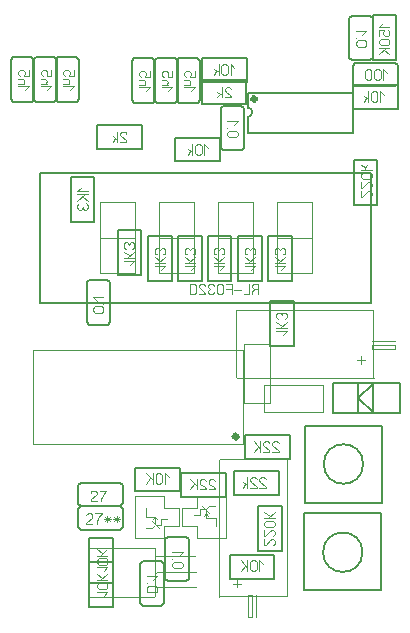
<source format=gbr>
%FSLAX34Y34*%
%MOMM*%
%LNSILK_BOTTOM*%
G71*
G01*
%ADD10C, 0.200*%
%ADD11C, 0.150*%
%ADD12C, 0.110*%
%ADD13C, 0.100*%
%ADD14C, 0.400*%
%ADD15C, 0.050*%
%LPD*%
G54D10*
X269069Y-429756D02*
X334156Y-429756D01*
X334156Y-364669D01*
X269069Y-364669D01*
X269069Y-429756D01*
G54D10*
G75*
G01X318150Y-396419D02*
G03X318150Y-396419I-16700J0D01*
G01*
G54D11*
X112219Y-432094D02*
X114600Y-434316D01*
X114600Y-450031D01*
X112219Y-452094D01*
X78981Y-452094D01*
X76600Y-450031D01*
X76600Y-434712D01*
X78981Y-432094D01*
X112219Y-432094D01*
G54D11*
X292562Y-328188D02*
X292562Y-353300D01*
X348994Y-353300D01*
X348994Y-328188D01*
X292562Y-328188D01*
G54D11*
X326681Y-328688D02*
X326681Y-352500D01*
X313981Y-340594D01*
X326681Y-328688D01*
G54D11*
X313981Y-328688D02*
X313981Y-352500D01*
G54D11*
X330204Y-176902D02*
X310204Y-176902D01*
X310204Y-138902D01*
X330204Y-138902D01*
X330204Y-176902D01*
G54D12*
X316304Y-165125D02*
X316304Y-170458D01*
X316860Y-170458D01*
X317971Y-169792D01*
X321304Y-165792D01*
X322415Y-165125D01*
X323526Y-165125D01*
X324638Y-165792D01*
X325193Y-167125D01*
X325193Y-168458D01*
X324638Y-169792D01*
X323526Y-170458D01*
G54D12*
X316304Y-157425D02*
X316304Y-162758D01*
X316860Y-162758D01*
X317971Y-162092D01*
X321304Y-158092D01*
X322415Y-157425D01*
X323526Y-157425D01*
X324638Y-158092D01*
X325193Y-159425D01*
X325193Y-160758D01*
X324638Y-162092D01*
X323526Y-162758D01*
G54D12*
X323526Y-149725D02*
X317971Y-149725D01*
X316860Y-150392D01*
X316304Y-151725D01*
X316304Y-153058D01*
X316860Y-154392D01*
X317971Y-155058D01*
X323526Y-155058D01*
X324638Y-154392D01*
X325193Y-153058D01*
X325193Y-151725D01*
X324638Y-150392D01*
X323526Y-149725D01*
G54D12*
X316304Y-147358D02*
X325193Y-147358D01*
G54D12*
X319638Y-145358D02*
X316304Y-143358D01*
G54D12*
X318526Y-147358D02*
X321304Y-143358D01*
G54D13*
X216238Y-379569D02*
X38438Y-379569D01*
X38438Y-300169D01*
X216238Y-300169D01*
X216238Y-379569D01*
G54D14*
G75*
G01X211662Y-373169D02*
G03X211662Y-373169I-1600J0D01*
G01*
G54D11*
X220275Y-82500D02*
X309175Y-82500D01*
X309175Y-115938D01*
X220275Y-115938D01*
X220275Y-102344D01*
G54D14*
G75*
G01X227319Y-87325D02*
G03X227319Y-87325I-1600J0D01*
G01*
G54D11*
G75*
G01X220244Y-102625D02*
G03X220244Y-94725I0J3950D01*
G01*
G54D11*
X220225Y-95238D02*
X220225Y-82538D01*
G54D10*
X333306Y-437788D02*
X268219Y-437788D01*
X268219Y-502875D01*
X333306Y-502875D01*
X333306Y-437788D01*
G54D10*
G75*
G01X317575Y-471125D02*
G03X317575Y-471125I-16700J0D01*
G01*
G54D11*
X130644Y-109656D02*
X130644Y-129656D01*
X92644Y-129656D01*
X92644Y-109656D01*
X130644Y-109656D01*
G54D11*
X326038Y-16644D02*
X346038Y-16644D01*
X346038Y-54644D01*
X326038Y-54644D01*
X326038Y-16644D01*
G54D12*
X334857Y-23144D02*
X331524Y-26477D01*
X340412Y-26477D01*
G54D12*
X331524Y-34177D02*
X331524Y-28844D01*
X335412Y-28844D01*
X335412Y-29510D01*
X334857Y-30844D01*
X334857Y-32177D01*
X335412Y-33510D01*
X336524Y-34177D01*
X338746Y-34177D01*
X339857Y-33510D01*
X340412Y-32177D01*
X340412Y-30844D01*
X339857Y-29510D01*
X338746Y-28844D01*
G54D12*
X333190Y-41877D02*
X338746Y-41877D01*
X339857Y-41210D01*
X340412Y-39877D01*
X340412Y-38544D01*
X339857Y-37210D01*
X338746Y-36544D01*
X333190Y-36544D01*
X332079Y-37210D01*
X331524Y-38544D01*
X331524Y-39877D01*
X332079Y-41210D01*
X333190Y-41877D01*
G54D12*
X340412Y-44244D02*
X331524Y-44244D01*
G54D12*
X337635Y-44244D02*
X331524Y-49577D01*
G54D12*
X335968Y-46244D02*
X340412Y-49577D01*
G54D11*
X217481Y-128600D02*
X215259Y-130981D01*
X199544Y-130981D01*
X197481Y-128600D01*
X197481Y-95362D01*
X199544Y-92981D01*
X214862Y-92981D01*
X217481Y-95362D01*
X217481Y-128600D01*
G54D12*
X210335Y-114360D02*
X204779Y-114360D01*
X203668Y-115027D01*
X203112Y-116360D01*
X203112Y-117694D01*
X203668Y-119027D01*
X204779Y-119694D01*
X210335Y-119694D01*
X211446Y-119027D01*
X212001Y-117694D01*
X212001Y-116360D01*
X211446Y-115027D01*
X210335Y-114360D01*
G54D12*
X203112Y-111994D02*
X203112Y-111994D01*
G54D12*
X208668Y-109594D02*
X212001Y-106260D01*
X203112Y-106260D01*
G54D12*
X112273Y-124025D02*
X117606Y-124025D01*
X117606Y-123469D01*
X116940Y-122358D01*
X112940Y-119025D01*
X112273Y-117914D01*
X112273Y-116803D01*
X112940Y-115692D01*
X114273Y-115136D01*
X115606Y-115136D01*
X116940Y-115692D01*
X117606Y-116803D01*
G54D12*
X109906Y-124025D02*
X109906Y-115136D01*
G54D12*
X107906Y-120692D02*
X105906Y-124025D01*
G54D12*
X109906Y-121803D02*
X105906Y-119025D01*
G54D11*
X347250Y-75750D02*
X347250Y-95750D01*
X309250Y-95750D01*
X309250Y-75750D01*
X347250Y-75750D01*
G54D12*
X335956Y-84094D02*
X332623Y-80761D01*
X332623Y-89650D01*
G54D12*
X324923Y-82428D02*
X324923Y-87983D01*
X325590Y-89094D01*
X326923Y-89650D01*
X328256Y-89650D01*
X329590Y-89094D01*
X330256Y-87983D01*
X330256Y-82428D01*
X329590Y-81317D01*
X328256Y-80761D01*
X326923Y-80761D01*
X325590Y-81317D01*
X324923Y-82428D01*
G54D12*
X322556Y-89650D02*
X322556Y-80761D01*
G54D12*
X320556Y-86317D02*
X318556Y-89650D01*
G54D12*
X322556Y-87428D02*
X318556Y-84650D01*
G54D11*
X77781Y-87325D02*
X75559Y-89706D01*
X59844Y-89706D01*
X57781Y-87325D01*
X57781Y-54088D01*
X59844Y-51706D01*
X75162Y-51706D01*
X77781Y-54088D01*
X77781Y-87325D01*
G54D12*
X69862Y-80094D02*
X73195Y-76760D01*
X64306Y-76760D01*
G54D12*
X64306Y-74394D02*
X69306Y-74394D01*
G54D12*
X68195Y-74394D02*
X68973Y-73727D01*
X69306Y-72394D01*
X68973Y-71060D01*
X68195Y-70394D01*
X64306Y-70394D01*
G54D12*
X73195Y-62660D02*
X73195Y-67994D01*
X69306Y-67994D01*
X69306Y-67327D01*
X69862Y-65994D01*
X69862Y-64660D01*
X69306Y-63327D01*
X68195Y-62660D01*
X65973Y-62660D01*
X64862Y-63327D01*
X64306Y-64660D01*
X64306Y-65994D01*
X64862Y-67327D01*
X65973Y-67994D01*
G54D11*
X257944Y-241325D02*
X237944Y-241325D01*
X237944Y-203325D01*
X257944Y-203325D01*
X257944Y-241325D01*
G54D12*
X248806Y-232269D02*
X252139Y-228935D01*
X243250Y-228935D01*
G54D12*
X243250Y-226569D02*
X252139Y-226569D01*
G54D12*
X246028Y-226569D02*
X252139Y-221235D01*
G54D12*
X247694Y-224569D02*
X243250Y-221235D01*
G54D12*
X250472Y-218869D02*
X251583Y-218202D01*
X252139Y-216869D01*
X252139Y-215535D01*
X251583Y-214202D01*
X250472Y-213535D01*
X249361Y-213535D01*
X248250Y-214202D01*
X247695Y-215535D01*
X247139Y-214202D01*
X246028Y-213535D01*
X244917Y-213535D01*
X243806Y-214202D01*
X243250Y-215535D01*
X243250Y-216869D01*
X243805Y-218202D01*
X244917Y-218869D01*
G54D11*
X232544Y-241325D02*
X212544Y-241325D01*
X212544Y-203325D01*
X232544Y-203325D01*
X232544Y-241325D01*
G54D12*
X223406Y-232269D02*
X226739Y-228935D01*
X217850Y-228935D01*
G54D12*
X217850Y-226569D02*
X226739Y-226569D01*
G54D12*
X220628Y-226569D02*
X226739Y-221235D01*
G54D12*
X222294Y-224569D02*
X217850Y-221235D01*
G54D12*
X225072Y-218869D02*
X226183Y-218202D01*
X226739Y-216869D01*
X226739Y-215535D01*
X226183Y-214202D01*
X225072Y-213535D01*
X223961Y-213535D01*
X222850Y-214202D01*
X222295Y-215535D01*
X221739Y-214202D01*
X220628Y-213535D01*
X219517Y-213535D01*
X218406Y-214202D01*
X217850Y-215535D01*
X217850Y-216869D01*
X218405Y-218202D01*
X219517Y-218869D01*
G54D11*
X206350Y-241325D02*
X186350Y-241325D01*
X186350Y-203325D01*
X206350Y-203325D01*
X206350Y-241325D01*
G54D12*
X197212Y-232269D02*
X200545Y-228935D01*
X191656Y-228935D01*
G54D12*
X191656Y-226569D02*
X200545Y-226569D01*
G54D12*
X194434Y-226569D02*
X200545Y-221235D01*
G54D12*
X196101Y-224569D02*
X191656Y-221235D01*
G54D12*
X198879Y-218869D02*
X199990Y-218202D01*
X200545Y-216869D01*
X200545Y-215535D01*
X199990Y-214202D01*
X198879Y-213535D01*
X197767Y-213535D01*
X196656Y-214202D01*
X196101Y-215535D01*
X195545Y-214202D01*
X194434Y-213535D01*
X193323Y-213535D01*
X192212Y-214202D01*
X191656Y-215535D01*
X191656Y-216869D01*
X192212Y-218202D01*
X193323Y-218869D01*
G54D11*
X181744Y-241325D02*
X161744Y-241325D01*
X161744Y-203325D01*
X181744Y-203325D01*
X181744Y-241325D01*
G54D12*
X172606Y-232269D02*
X175939Y-228935D01*
X167050Y-228935D01*
G54D12*
X167050Y-226569D02*
X175939Y-226569D01*
G54D12*
X169828Y-226569D02*
X175939Y-221235D01*
G54D12*
X171494Y-224569D02*
X167050Y-221235D01*
G54D12*
X174272Y-218869D02*
X175383Y-218202D01*
X175939Y-216869D01*
X175939Y-215535D01*
X175383Y-214202D01*
X174272Y-213535D01*
X173161Y-213535D01*
X172050Y-214202D01*
X171495Y-215535D01*
X170939Y-214202D01*
X169828Y-213535D01*
X168717Y-213535D01*
X167606Y-214202D01*
X167050Y-215535D01*
X167050Y-216869D01*
X167605Y-218202D01*
X168717Y-218869D01*
G54D11*
X156344Y-241325D02*
X136344Y-241325D01*
X136344Y-203325D01*
X156344Y-203325D01*
X156344Y-241325D01*
G54D12*
X147206Y-232269D02*
X150539Y-228935D01*
X141650Y-228935D01*
G54D12*
X141650Y-226569D02*
X150539Y-226569D01*
G54D12*
X144428Y-226569D02*
X150539Y-221235D01*
G54D12*
X146094Y-224569D02*
X141650Y-221235D01*
G54D12*
X148872Y-218869D02*
X149983Y-218202D01*
X150539Y-216869D01*
X150539Y-215535D01*
X149983Y-214202D01*
X148872Y-213535D01*
X147761Y-213535D01*
X146650Y-214202D01*
X146095Y-215535D01*
X145539Y-214202D01*
X144428Y-213535D01*
X143317Y-213535D01*
X142206Y-214202D01*
X141650Y-215535D01*
X141650Y-216869D01*
X142205Y-218202D01*
X143317Y-218869D01*
G54D11*
X130144Y-236619D02*
X110144Y-236619D01*
X110144Y-198619D01*
X130144Y-198619D01*
X130144Y-236619D01*
G54D12*
X121006Y-227562D02*
X124339Y-224229D01*
X115450Y-224229D01*
G54D12*
X115450Y-221862D02*
X124339Y-221862D01*
G54D12*
X118228Y-221862D02*
X124339Y-216529D01*
G54D12*
X119894Y-219862D02*
X115450Y-216529D01*
G54D12*
X122672Y-214162D02*
X123783Y-213496D01*
X124339Y-212162D01*
X124339Y-210829D01*
X123783Y-209496D01*
X122672Y-208829D01*
X121561Y-208829D01*
X120450Y-209496D01*
X119895Y-210829D01*
X119339Y-209496D01*
X118228Y-208829D01*
X117117Y-208829D01*
X116006Y-209496D01*
X115450Y-210829D01*
X115450Y-212162D01*
X116005Y-213496D01*
X117117Y-214162D01*
G54D11*
X70462Y-153294D02*
X90462Y-153294D01*
X90462Y-191294D01*
X70462Y-191294D01*
X70462Y-153294D01*
G54D12*
X79601Y-162350D02*
X76267Y-165683D01*
X85156Y-165683D01*
G54D12*
X85156Y-168050D02*
X76267Y-168050D01*
G54D12*
X82378Y-168050D02*
X76267Y-173383D01*
G54D12*
X80712Y-170050D02*
X85156Y-173383D01*
G54D12*
X77934Y-175750D02*
X76823Y-176417D01*
X76267Y-177750D01*
X76267Y-179083D01*
X76823Y-180417D01*
X77934Y-181083D01*
X79045Y-181083D01*
X80156Y-180417D01*
X80712Y-179083D01*
X81267Y-180417D01*
X82378Y-181083D01*
X83489Y-181083D01*
X84601Y-180417D01*
X85156Y-179083D01*
X85156Y-177750D01*
X84601Y-176417D01*
X83489Y-175750D01*
G54D11*
X78856Y-432300D02*
X76475Y-430078D01*
X76475Y-414362D01*
X78856Y-412300D01*
X112094Y-412300D01*
X114475Y-414362D01*
X114475Y-429681D01*
X112094Y-432300D01*
X78856Y-432300D01*
G54D12*
X90965Y-262998D02*
X96521Y-262998D01*
X97632Y-263665D01*
X98188Y-264998D01*
X98188Y-266331D01*
X97632Y-267665D01*
X96521Y-268331D01*
X90965Y-268331D01*
X89854Y-267665D01*
X89299Y-266331D01*
X89299Y-264998D01*
X89854Y-263665D01*
X90965Y-262998D01*
G54D12*
X98188Y-260631D02*
X98188Y-260631D01*
G54D12*
X92632Y-258231D02*
X89299Y-254898D01*
X98188Y-254898D01*
G54D11*
X104088Y-275975D02*
X101866Y-278356D01*
X86150Y-278356D01*
X84088Y-275975D01*
X84088Y-242738D01*
X86150Y-240356D01*
X101469Y-240356D01*
X104088Y-242738D01*
X104088Y-275975D01*
G54D11*
X326225Y-52400D02*
X324003Y-54781D01*
X308288Y-54781D01*
X306225Y-52400D01*
X306225Y-19162D01*
X308288Y-16781D01*
X323606Y-16781D01*
X326225Y-19162D01*
X326225Y-52400D01*
G54D12*
X319178Y-37835D02*
X313623Y-37835D01*
X312512Y-38502D01*
X311956Y-39835D01*
X311956Y-41169D01*
X312512Y-42502D01*
X313623Y-43169D01*
X319178Y-43169D01*
X320290Y-42502D01*
X320845Y-41169D01*
X320845Y-39835D01*
X320290Y-38502D01*
X319178Y-37835D01*
G54D12*
X311956Y-35469D02*
X311956Y-35469D01*
G54D12*
X317512Y-33069D02*
X320845Y-29735D01*
X311956Y-29735D01*
G54D11*
X58731Y-87325D02*
X56509Y-89706D01*
X40794Y-89706D01*
X38731Y-87325D01*
X38731Y-54088D01*
X40794Y-51706D01*
X56112Y-51706D01*
X58731Y-54088D01*
X58731Y-87325D01*
G54D12*
X50812Y-80094D02*
X54145Y-76760D01*
X45256Y-76760D01*
G54D12*
X45256Y-74394D02*
X50256Y-74394D01*
G54D12*
X49145Y-74394D02*
X49923Y-73727D01*
X50256Y-72394D01*
X49923Y-71060D01*
X49145Y-70394D01*
X45256Y-70394D01*
G54D12*
X54145Y-62660D02*
X54145Y-67994D01*
X50256Y-67994D01*
X50256Y-67327D01*
X50812Y-65994D01*
X50812Y-64660D01*
X50256Y-63327D01*
X49145Y-62660D01*
X46923Y-62660D01*
X45812Y-63327D01*
X45256Y-64660D01*
X45256Y-65994D01*
X45812Y-67327D01*
X46923Y-67994D01*
G54D11*
X39681Y-87325D02*
X37459Y-89706D01*
X21744Y-89706D01*
X19681Y-87325D01*
X19681Y-54088D01*
X21744Y-51706D01*
X37062Y-51706D01*
X39681Y-54088D01*
X39681Y-87325D01*
G54D12*
X31762Y-80094D02*
X35095Y-76760D01*
X26206Y-76760D01*
G54D12*
X26206Y-74394D02*
X31206Y-74394D01*
G54D12*
X30095Y-74394D02*
X30873Y-73727D01*
X31206Y-72394D01*
X30873Y-71060D01*
X30095Y-70394D01*
X26206Y-70394D01*
G54D12*
X35095Y-62660D02*
X35095Y-67994D01*
X31206Y-67994D01*
X31206Y-67327D01*
X31762Y-65994D01*
X31762Y-64660D01*
X31206Y-63327D01*
X30095Y-62660D01*
X27873Y-62660D01*
X26762Y-63327D01*
X26206Y-64660D01*
X26206Y-65994D01*
X26762Y-67327D01*
X27873Y-67994D01*
G54D11*
X219350Y-71712D02*
X219350Y-91712D01*
X181350Y-91712D01*
X181350Y-71712D01*
X219350Y-71712D01*
G54D12*
X200979Y-86081D02*
X206312Y-86081D01*
X206312Y-85526D01*
X205646Y-84415D01*
X201646Y-81081D01*
X200979Y-79970D01*
X200979Y-78859D01*
X201646Y-77748D01*
X202979Y-77192D01*
X204312Y-77192D01*
X205646Y-77748D01*
X206312Y-78859D01*
G54D12*
X198612Y-86081D02*
X198612Y-77192D01*
G54D12*
X196612Y-82748D02*
X194612Y-86081D01*
G54D12*
X198612Y-83859D02*
X194612Y-81081D01*
G54D11*
X219381Y-52656D02*
X219381Y-72656D01*
X181381Y-72656D01*
X181381Y-52656D01*
X219381Y-52656D01*
G54D12*
X209194Y-61469D02*
X205860Y-58136D01*
X205860Y-67025D01*
G54D12*
X198160Y-59803D02*
X198160Y-65358D01*
X198827Y-66469D01*
X200160Y-67025D01*
X201494Y-67025D01*
X202827Y-66469D01*
X203494Y-65358D01*
X203494Y-59803D01*
X202827Y-58692D01*
X201494Y-58136D01*
X200160Y-58136D01*
X198827Y-58692D01*
X198160Y-59803D01*
G54D12*
X195794Y-67025D02*
X195794Y-58136D01*
G54D12*
X193794Y-63692D02*
X191794Y-67025D01*
G54D12*
X195794Y-64803D02*
X191794Y-62025D01*
G54D11*
X180175Y-88119D02*
X177953Y-90500D01*
X162238Y-90500D01*
X160175Y-88119D01*
X160175Y-54881D01*
X162238Y-52500D01*
X177556Y-52500D01*
X180175Y-54881D01*
X180175Y-88119D01*
G54D12*
X172256Y-80888D02*
X175589Y-77554D01*
X166700Y-77554D01*
G54D12*
X166700Y-75188D02*
X171700Y-75188D01*
G54D12*
X170589Y-75188D02*
X171367Y-74521D01*
X171700Y-73188D01*
X171367Y-71854D01*
X170589Y-71188D01*
X166700Y-71188D01*
G54D12*
X175589Y-63454D02*
X175589Y-68788D01*
X171700Y-68788D01*
X171700Y-68121D01*
X172256Y-66788D01*
X172256Y-65454D01*
X171700Y-64121D01*
X170589Y-63454D01*
X168367Y-63454D01*
X167256Y-64121D01*
X166700Y-65454D01*
X166700Y-66788D01*
X167256Y-68121D01*
X168367Y-68788D01*
G54D11*
X161125Y-88119D02*
X158903Y-90500D01*
X143188Y-90500D01*
X141125Y-88119D01*
X141125Y-54881D01*
X143188Y-52500D01*
X158506Y-52500D01*
X161125Y-54881D01*
X161125Y-88119D01*
G54D12*
X153206Y-80888D02*
X156539Y-77554D01*
X147650Y-77554D01*
G54D12*
X147650Y-75188D02*
X152650Y-75188D01*
G54D12*
X151539Y-75188D02*
X152317Y-74521D01*
X152650Y-73188D01*
X152317Y-71854D01*
X151539Y-71188D01*
X147650Y-71188D01*
G54D12*
X156539Y-63454D02*
X156539Y-68788D01*
X152650Y-68788D01*
X152650Y-68121D01*
X153206Y-66788D01*
X153206Y-65454D01*
X152650Y-64121D01*
X151539Y-63454D01*
X149317Y-63454D01*
X148206Y-64121D01*
X147650Y-65454D01*
X147650Y-66788D01*
X148206Y-68121D01*
X149317Y-68788D01*
G54D11*
X142075Y-88119D02*
X139853Y-90500D01*
X124138Y-90500D01*
X122075Y-88119D01*
X122075Y-54881D01*
X124138Y-52500D01*
X139456Y-52500D01*
X142075Y-54881D01*
X142075Y-88119D01*
G54D12*
X134156Y-80888D02*
X137489Y-77554D01*
X128600Y-77554D01*
G54D12*
X128600Y-75188D02*
X133600Y-75188D01*
G54D12*
X132489Y-75188D02*
X133267Y-74521D01*
X133600Y-73188D01*
X133267Y-71854D01*
X132489Y-71188D01*
X128600Y-71188D01*
G54D12*
X137489Y-63454D02*
X137489Y-68788D01*
X133600Y-68788D01*
X133600Y-68121D01*
X134156Y-66788D01*
X134156Y-65454D01*
X133600Y-64121D01*
X132489Y-63454D01*
X130267Y-63454D01*
X129156Y-64121D01*
X128600Y-65454D01*
X128600Y-66788D01*
X129156Y-68121D01*
X130267Y-68788D01*
G54D11*
X197162Y-120169D02*
X197162Y-140169D01*
X159162Y-140169D01*
X159162Y-120169D01*
X197162Y-120169D01*
G54D12*
X186975Y-128982D02*
X183642Y-125649D01*
X183642Y-134538D01*
G54D12*
X175942Y-127315D02*
X175942Y-132871D01*
X176608Y-133982D01*
X177942Y-134538D01*
X179275Y-134538D01*
X180608Y-133982D01*
X181275Y-132871D01*
X181275Y-127315D01*
X180608Y-126204D01*
X179275Y-125649D01*
X177942Y-125649D01*
X176608Y-126204D01*
X175942Y-127315D01*
G54D12*
X173575Y-134538D02*
X173575Y-125649D01*
G54D12*
X171575Y-131204D02*
X169575Y-134538D01*
G54D12*
X173575Y-132315D02*
X169575Y-129538D01*
G54D10*
X324944Y-150006D02*
X44944Y-150006D01*
X44944Y-260006D01*
X324944Y-260006D01*
X324944Y-150006D01*
G54D15*
X274944Y-175006D02*
X274944Y-235006D01*
X244944Y-235006D01*
X244944Y-175006D01*
X274944Y-175006D01*
G54D15*
X274944Y-205006D02*
X244944Y-205006D01*
G54D15*
X224944Y-175006D02*
X224944Y-235006D01*
X194944Y-235006D01*
X194944Y-175006D01*
X224944Y-175006D01*
G54D15*
X224944Y-205006D02*
X194944Y-205006D01*
G54D15*
X174944Y-175006D02*
X174944Y-235006D01*
X144944Y-235006D01*
X144944Y-175006D01*
X174944Y-175006D01*
G54D15*
X174944Y-205006D02*
X144944Y-205006D01*
G54D15*
X124944Y-175006D02*
X124944Y-235006D01*
X94944Y-235006D01*
X94944Y-175006D01*
X124944Y-175006D01*
G54D15*
X124944Y-205006D02*
X94944Y-205006D01*
G54D12*
X226571Y-248324D02*
X224571Y-249435D01*
X223904Y-250546D01*
X223904Y-252769D01*
G54D12*
X229238Y-252769D02*
X229238Y-243880D01*
X225904Y-243880D01*
X224571Y-244435D01*
X223904Y-245546D01*
X223904Y-246658D01*
X224571Y-247769D01*
X225904Y-248324D01*
X229238Y-248324D01*
G54D12*
X221538Y-243880D02*
X221538Y-252769D01*
X216871Y-252769D01*
G54D12*
X214438Y-248880D02*
X209104Y-248880D01*
G54D12*
X206738Y-252769D02*
X206738Y-243880D01*
X202071Y-243880D01*
G54D12*
X206738Y-248324D02*
X202071Y-248324D01*
G54D12*
X194304Y-245546D02*
X194304Y-251102D01*
X194971Y-252213D01*
X196304Y-252769D01*
X197638Y-252769D01*
X198971Y-252213D01*
X199638Y-251102D01*
X199638Y-245546D01*
X198971Y-244435D01*
X197638Y-243880D01*
X196304Y-243880D01*
X194971Y-244435D01*
X194304Y-245546D01*
G54D12*
X191938Y-245546D02*
X191271Y-244435D01*
X189938Y-243880D01*
X188604Y-243880D01*
X187271Y-244435D01*
X186604Y-245546D01*
X186604Y-246658D01*
X187271Y-247769D01*
X188604Y-248324D01*
X187271Y-248880D01*
X186604Y-249991D01*
X186604Y-251102D01*
X187271Y-252213D01*
X188604Y-252769D01*
X189938Y-252769D01*
X191271Y-252213D01*
X191938Y-251102D01*
G54D12*
X178904Y-252769D02*
X184238Y-252769D01*
X184238Y-252213D01*
X183571Y-251102D01*
X179571Y-247769D01*
X178904Y-246658D01*
X178904Y-245546D01*
X179571Y-244435D01*
X180904Y-243880D01*
X182238Y-243880D01*
X183571Y-244435D01*
X184238Y-245546D01*
G54D12*
X171204Y-245546D02*
X171204Y-251102D01*
X171871Y-252213D01*
X173204Y-252769D01*
X174538Y-252769D01*
X175871Y-252213D01*
X176538Y-251102D01*
X176538Y-245546D01*
X175871Y-244435D01*
X174538Y-243880D01*
X173204Y-243880D01*
X171871Y-244435D01*
X171204Y-245546D01*
G54D13*
X344956Y-295850D02*
X344956Y-299050D01*
X325956Y-299050D01*
X325956Y-295850D01*
X344956Y-295850D01*
G54D13*
X319556Y-308550D02*
X313256Y-308550D01*
G54D13*
X316356Y-305350D02*
X316356Y-311750D01*
G54D13*
X344956Y-292650D02*
X325956Y-292650D01*
G54D13*
X326656Y-267231D02*
X326656Y-322794D01*
X327450Y-323588D01*
X211562Y-323588D01*
X210769Y-322794D01*
X210769Y-266438D01*
X326656Y-266438D01*
G54D12*
X92665Y-427912D02*
X87331Y-427912D01*
X87331Y-427357D01*
X87998Y-426246D01*
X91998Y-422912D01*
X92665Y-421801D01*
X92665Y-420690D01*
X91998Y-419579D01*
X90665Y-419024D01*
X89331Y-419024D01*
X87998Y-419579D01*
X87331Y-420690D01*
G54D12*
X95031Y-419024D02*
X100365Y-419024D01*
X99698Y-420135D01*
X98365Y-421801D01*
X97031Y-424024D01*
X96365Y-425690D01*
X96365Y-427912D01*
G54D12*
X88933Y-446962D02*
X83600Y-446962D01*
X83600Y-446407D01*
X84267Y-445296D01*
X88267Y-441962D01*
X88933Y-440851D01*
X88933Y-439740D01*
X88267Y-438629D01*
X86933Y-438074D01*
X85600Y-438074D01*
X84267Y-438629D01*
X83600Y-439740D01*
G54D12*
X91300Y-438074D02*
X96633Y-438074D01*
X95967Y-439185D01*
X94633Y-440851D01*
X93300Y-443074D01*
X92633Y-444740D01*
X92633Y-446962D01*
G54D12*
X99000Y-443074D02*
X104333Y-443074D01*
G54D12*
X101667Y-440851D02*
X101667Y-445296D01*
G54D12*
X99667Y-441407D02*
X103667Y-444740D01*
G54D12*
X99667Y-444740D02*
X103667Y-441407D01*
G54D12*
X106700Y-443074D02*
X112033Y-443074D01*
G54D12*
X109367Y-440851D02*
X109367Y-445296D01*
G54D12*
X107367Y-441407D02*
X111367Y-444740D01*
G54D12*
X107367Y-444740D02*
X111367Y-441407D01*
G54D11*
X124869Y-419506D02*
X124869Y-399506D01*
X162869Y-399506D01*
X162869Y-419506D01*
X124869Y-419506D01*
G54D12*
X153375Y-407470D02*
X150042Y-404136D01*
X150042Y-413025D01*
G54D12*
X142342Y-405803D02*
X142342Y-411358D01*
X143008Y-412470D01*
X144342Y-413025D01*
X145675Y-413025D01*
X147008Y-412470D01*
X147675Y-411358D01*
X147675Y-405803D01*
X147008Y-404692D01*
X145675Y-404136D01*
X144342Y-404136D01*
X143008Y-404692D01*
X142342Y-405803D01*
G54D12*
X139975Y-413025D02*
X139975Y-404136D01*
G54D12*
X139975Y-410247D02*
X134642Y-404136D01*
G54D12*
X137975Y-408580D02*
X134642Y-413025D01*
G54D11*
X256131Y-372281D02*
X256131Y-392281D01*
X218131Y-392281D01*
X218131Y-372281D01*
X256131Y-372281D01*
G54D11*
X246606Y-402581D02*
X246606Y-422581D01*
X208606Y-422581D01*
X208606Y-402581D01*
X246606Y-402581D01*
G54D12*
X230198Y-416481D02*
X235531Y-416481D01*
X235531Y-415926D01*
X234865Y-414815D01*
X230865Y-411481D01*
X230198Y-410370D01*
X230198Y-409259D01*
X230865Y-408148D01*
X232198Y-407592D01*
X233531Y-407592D01*
X234865Y-408148D01*
X235531Y-409259D01*
G54D12*
X222498Y-416481D02*
X227831Y-416481D01*
X227831Y-415926D01*
X227165Y-414815D01*
X223165Y-411481D01*
X222498Y-410370D01*
X222498Y-409259D01*
X223165Y-408148D01*
X224498Y-407592D01*
X225831Y-407592D01*
X227165Y-408148D01*
X227831Y-409259D01*
G54D12*
X220131Y-416481D02*
X220131Y-407592D01*
G54D12*
X218131Y-413148D02*
X216131Y-416481D01*
G54D12*
X220131Y-414259D02*
X216131Y-411481D01*
G54D12*
X241154Y-386181D02*
X246488Y-386181D01*
X246488Y-385626D01*
X245821Y-384515D01*
X241821Y-381181D01*
X241154Y-380070D01*
X241154Y-378959D01*
X241821Y-377848D01*
X243154Y-377292D01*
X244488Y-377292D01*
X245821Y-377848D01*
X246488Y-378959D01*
G54D12*
X233454Y-386181D02*
X238788Y-386181D01*
X238788Y-385626D01*
X238121Y-384515D01*
X234121Y-381181D01*
X233454Y-380070D01*
X233454Y-378959D01*
X234121Y-377848D01*
X235454Y-377292D01*
X236788Y-377292D01*
X238121Y-377848D01*
X238788Y-378959D01*
G54D12*
X231088Y-386181D02*
X231088Y-377292D01*
G54D12*
X231088Y-383404D02*
X225754Y-377292D01*
G54D12*
X229088Y-381737D02*
X225754Y-386181D01*
G54D13*
X141669Y-467275D02*
X141669Y-508550D01*
X140875Y-509344D01*
X85312Y-509344D01*
X85312Y-467275D01*
X140875Y-467275D01*
G54D13*
X175800Y-474419D02*
X141669Y-474419D01*
G54D13*
X176594Y-487912D02*
X143256Y-487912D01*
X142462Y-488706D01*
G54D13*
X176594Y-500612D02*
X142462Y-500612D01*
X141669Y-499819D01*
G54D11*
X170662Y-493438D02*
X168441Y-495819D01*
X152725Y-495819D01*
X150662Y-493438D01*
X150662Y-460200D01*
X152725Y-457819D01*
X168044Y-457819D01*
X170662Y-460200D01*
X170662Y-493438D01*
G54D12*
X163516Y-479198D02*
X157960Y-479198D01*
X156849Y-479865D01*
X156294Y-481198D01*
X156294Y-482531D01*
X156849Y-483865D01*
X157960Y-484531D01*
X163516Y-484531D01*
X164627Y-483865D01*
X165183Y-482531D01*
X165183Y-481198D01*
X164627Y-479865D01*
X163516Y-479198D01*
G54D12*
X156294Y-476831D02*
X156294Y-476831D01*
G54D12*
X161849Y-474431D02*
X165183Y-471098D01*
X156294Y-471098D01*
G54D11*
X149344Y-514000D02*
X147122Y-516381D01*
X131406Y-516381D01*
X129344Y-514000D01*
X129344Y-480762D01*
X131406Y-478381D01*
X146725Y-478381D01*
X149344Y-480762D01*
X149344Y-514000D01*
G54D12*
X142197Y-499760D02*
X136642Y-499760D01*
X135531Y-500427D01*
X134975Y-501760D01*
X134975Y-503094D01*
X135531Y-504427D01*
X136642Y-505094D01*
X142197Y-505094D01*
X143308Y-504427D01*
X143864Y-503094D01*
X143864Y-501760D01*
X143308Y-500427D01*
X142197Y-499760D01*
G54D12*
X134975Y-497394D02*
X134975Y-497394D01*
G54D12*
X140531Y-494994D02*
X143864Y-491660D01*
X134975Y-491660D01*
G54D13*
X124606Y-458738D02*
X149212Y-458738D01*
X149212Y-449212D01*
X161912Y-449212D01*
X161912Y-433338D01*
X149212Y-433338D01*
X149212Y-423812D01*
X124606Y-423812D01*
X124606Y-458738D01*
G54D13*
X145651Y-450770D02*
X139477Y-444596D01*
G54D13*
X142614Y-448034D02*
X147377Y-448034D01*
X147377Y-443271D01*
X152139Y-443271D01*
G54D13*
X141820Y-446446D02*
X141820Y-440890D01*
X133883Y-440890D01*
X133883Y-433746D01*
G54D13*
X143408Y-443271D02*
X142614Y-442477D01*
X141820Y-441684D01*
X141027Y-442477D01*
X140233Y-443271D01*
G54D13*
X141820Y-448034D02*
X139439Y-450415D01*
X134677Y-450415D01*
G54D11*
X205050Y-493400D02*
X205050Y-473400D01*
X243050Y-473400D01*
X243050Y-493400D01*
X205050Y-493400D01*
G54D12*
X233556Y-481363D02*
X230223Y-478030D01*
X230223Y-486919D01*
G54D12*
X222523Y-479696D02*
X222523Y-485252D01*
X223190Y-486363D01*
X224523Y-486919D01*
X225856Y-486919D01*
X227190Y-486363D01*
X227856Y-485252D01*
X227856Y-479696D01*
X227190Y-478586D01*
X225856Y-478030D01*
X224523Y-478030D01*
X223190Y-478586D01*
X222523Y-479696D01*
G54D12*
X220156Y-486919D02*
X220156Y-478030D01*
G54D12*
X220156Y-484141D02*
X214823Y-478030D01*
G54D12*
X218156Y-482474D02*
X214823Y-486919D01*
G54D13*
X202419Y-423912D02*
X177813Y-423912D01*
X177812Y-433438D01*
X165112Y-433438D01*
X165112Y-449312D01*
X177812Y-449312D01*
X177813Y-458838D01*
X202419Y-458838D01*
X202419Y-423912D01*
G54D13*
X181374Y-431880D02*
X187548Y-438054D01*
G54D13*
X184411Y-434616D02*
X179648Y-434616D01*
X179648Y-439379D01*
X174886Y-439379D01*
G54D13*
X185205Y-436204D02*
X185205Y-441760D01*
X193142Y-441760D01*
X193142Y-448904D01*
G54D13*
X183617Y-440173D02*
X185205Y-437791D01*
X186792Y-440173D01*
G54D13*
X185205Y-434616D02*
X187586Y-432235D01*
X192348Y-432235D01*
G54D11*
X249144Y-470269D02*
X229144Y-470269D01*
X229144Y-432269D01*
X249144Y-432269D01*
X249144Y-470269D01*
G54D12*
X234450Y-459935D02*
X234450Y-465269D01*
X235006Y-465269D01*
X236117Y-464602D01*
X239450Y-460602D01*
X240561Y-459935D01*
X241672Y-459935D01*
X242783Y-460602D01*
X243339Y-461935D01*
X243339Y-463269D01*
X242783Y-464602D01*
X241672Y-465269D01*
G54D12*
X234450Y-452235D02*
X234450Y-457569D01*
X235005Y-457569D01*
X236117Y-456902D01*
X239450Y-452902D01*
X240561Y-452235D01*
X241672Y-452235D01*
X242783Y-452902D01*
X243339Y-454235D01*
X243339Y-455569D01*
X242783Y-456902D01*
X241672Y-457569D01*
G54D12*
X241672Y-444535D02*
X236117Y-444535D01*
X235006Y-445202D01*
X234450Y-446535D01*
X234450Y-447869D01*
X235006Y-449202D01*
X236117Y-449869D01*
X241672Y-449869D01*
X242783Y-449202D01*
X243339Y-447869D01*
X243339Y-446535D01*
X242783Y-445202D01*
X241672Y-444535D01*
G54D12*
X234450Y-442169D02*
X243339Y-442169D01*
G54D12*
X237228Y-442169D02*
X243339Y-436835D01*
G54D12*
X238894Y-440169D02*
X234450Y-436835D01*
G54D11*
X202306Y-404056D02*
X202306Y-424056D01*
X164306Y-424056D01*
X164306Y-404056D01*
X202306Y-404056D01*
G54D12*
X187329Y-417956D02*
X192662Y-417956D01*
X192662Y-417401D01*
X191996Y-416290D01*
X187996Y-412956D01*
X187329Y-411845D01*
X187329Y-410734D01*
X187996Y-409623D01*
X189329Y-409067D01*
X190662Y-409067D01*
X191996Y-409623D01*
X192662Y-410734D01*
G54D12*
X179629Y-417956D02*
X184962Y-417956D01*
X184962Y-417401D01*
X184296Y-416290D01*
X180296Y-412956D01*
X179629Y-411845D01*
X179629Y-410734D01*
X180296Y-409623D01*
X181629Y-409067D01*
X182962Y-409067D01*
X184296Y-409623D01*
X184962Y-410734D01*
G54D12*
X177262Y-417956D02*
X177262Y-409067D01*
G54D12*
X177262Y-415178D02*
X171929Y-409067D01*
G54D12*
X175262Y-413512D02*
X171929Y-417956D01*
G54D13*
X224125Y-526231D02*
X220925Y-526231D01*
X220925Y-507231D01*
X224125Y-507231D01*
X224125Y-526231D01*
G54D13*
X211425Y-500831D02*
X211425Y-494531D01*
G54D13*
X214625Y-497631D02*
X208225Y-497631D01*
G54D13*
X227325Y-526231D02*
X227325Y-507231D01*
G54D13*
X252744Y-507931D02*
X197181Y-507931D01*
X196388Y-508725D01*
X196388Y-392838D01*
X197181Y-392044D01*
X253538Y-392044D01*
X253538Y-507931D01*
G54D11*
X344825Y-56762D02*
X347206Y-58984D01*
X347206Y-74700D01*
X344825Y-76762D01*
X311588Y-76762D01*
X309206Y-74700D01*
X309206Y-59381D01*
X311588Y-56762D01*
X344825Y-56762D01*
G54D12*
X338569Y-65576D02*
X335235Y-62242D01*
X335235Y-71131D01*
G54D12*
X327535Y-63909D02*
X327535Y-69465D01*
X328202Y-70576D01*
X329535Y-71131D01*
X330869Y-71131D01*
X332202Y-70576D01*
X332869Y-69465D01*
X332869Y-63909D01*
X332202Y-62798D01*
X330869Y-62242D01*
X329535Y-62242D01*
X328202Y-62798D01*
X327535Y-63909D01*
G54D12*
X319835Y-63909D02*
X319835Y-69465D01*
X320502Y-70576D01*
X321835Y-71131D01*
X323169Y-71131D01*
X324502Y-70576D01*
X325169Y-69465D01*
X325169Y-63909D01*
X324502Y-62798D01*
X323169Y-62242D01*
X321835Y-62242D01*
X320502Y-62798D01*
X319835Y-63909D01*
G54D11*
X259244Y-296094D02*
X239244Y-296094D01*
X239244Y-258094D01*
X259244Y-258094D01*
X259244Y-296094D01*
G54D12*
X250106Y-287038D02*
X253439Y-283704D01*
X244550Y-283704D01*
G54D12*
X244550Y-281338D02*
X253439Y-281338D01*
G54D12*
X247328Y-281338D02*
X253439Y-276004D01*
G54D12*
X248994Y-279338D02*
X244550Y-276004D01*
G54D12*
X251772Y-273638D02*
X252883Y-272971D01*
X253439Y-271638D01*
X253439Y-270304D01*
X252883Y-268971D01*
X251772Y-268304D01*
X250661Y-268304D01*
X249550Y-268971D01*
X248995Y-270304D01*
X248439Y-268971D01*
X247328Y-268304D01*
X246217Y-268304D01*
X245106Y-268971D01*
X244550Y-270304D01*
X244550Y-271638D01*
X245105Y-272971D01*
X246217Y-273638D01*
G54D11*
X86300Y-458838D02*
X106300Y-458838D01*
X106300Y-496838D01*
X86300Y-496838D01*
X86300Y-458838D01*
G54D12*
X98337Y-487344D02*
X101670Y-484010D01*
X92781Y-484010D01*
G54D12*
X100004Y-476310D02*
X94448Y-476310D01*
X93337Y-476977D01*
X92781Y-478310D01*
X92781Y-479644D01*
X93337Y-480977D01*
X94448Y-481644D01*
X100004Y-481644D01*
X101114Y-480977D01*
X101670Y-479644D01*
X101670Y-478310D01*
X101114Y-476977D01*
X100004Y-476310D01*
G54D12*
X92781Y-473944D02*
X101670Y-473944D01*
G54D12*
X95559Y-473944D02*
X101670Y-468610D01*
G54D12*
X97226Y-471944D02*
X92781Y-468610D01*
G54D11*
X86300Y-479475D02*
X106300Y-479475D01*
X106300Y-517475D01*
X86300Y-517475D01*
X86300Y-479475D01*
G54D12*
X98337Y-507981D02*
X101670Y-504648D01*
X92781Y-504648D01*
G54D12*
X100004Y-496948D02*
X94448Y-496948D01*
X93337Y-497615D01*
X92781Y-498948D01*
X92781Y-500281D01*
X93337Y-501615D01*
X94448Y-502281D01*
X100004Y-502281D01*
X101114Y-501615D01*
X101670Y-500281D01*
X101670Y-498948D01*
X101114Y-497615D01*
X100004Y-496948D01*
G54D12*
X92781Y-494581D02*
X101670Y-494581D01*
G54D12*
X95559Y-494581D02*
X101670Y-489248D01*
G54D12*
X97226Y-492581D02*
X92781Y-489248D01*
G54D13*
X239625Y-294662D02*
X239625Y-344912D01*
X216881Y-344912D01*
X216881Y-294662D01*
X239625Y-294662D01*
G54D13*
X284325Y-352638D02*
X234075Y-352638D01*
X234075Y-329894D01*
X284325Y-329894D01*
X284325Y-352638D01*
M02*

</source>
